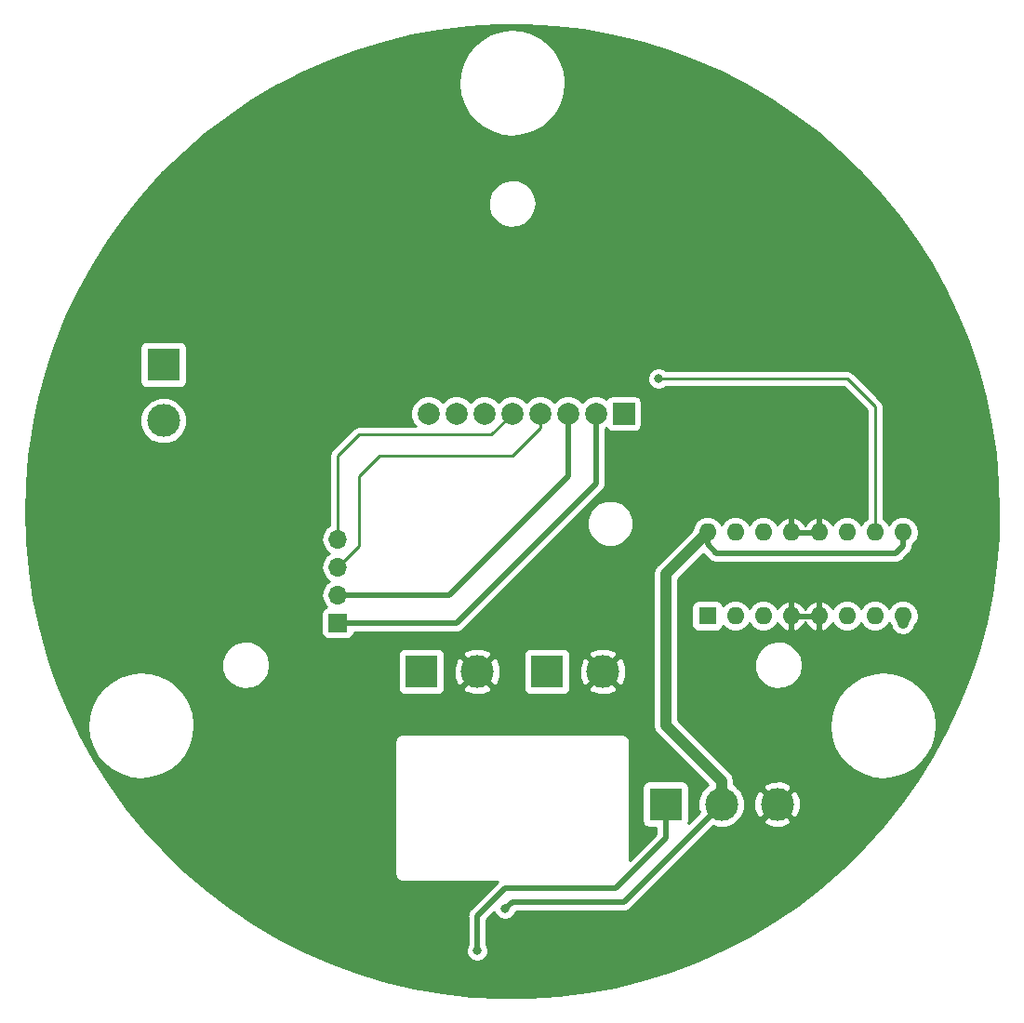
<source format=gbr>
G04 #@! TF.GenerationSoftware,KiCad,Pcbnew,(5.0.0)*
G04 #@! TF.CreationDate,2018-08-26T23:56:50+09:00*
G04 #@! TF.ProjectId,imu,696D752E6B696361645F706362000000,rev?*
G04 #@! TF.SameCoordinates,Original*
G04 #@! TF.FileFunction,Copper,L2,Bot,Signal*
G04 #@! TF.FilePolarity,Positive*
%FSLAX46Y46*%
G04 Gerber Fmt 4.6, Leading zero omitted, Abs format (unit mm)*
G04 Created by KiCad (PCBNEW (5.0.0)) date 08/26/18 23:56:50*
%MOMM*%
%LPD*%
G01*
G04 APERTURE LIST*
G04 #@! TA.AperFunction,ComponentPad*
%ADD10R,2.000000X2.000000*%
G04 #@! TD*
G04 #@! TA.AperFunction,ComponentPad*
%ADD11C,2.000000*%
G04 #@! TD*
G04 #@! TA.AperFunction,ComponentPad*
%ADD12R,1.600000X1.600000*%
G04 #@! TD*
G04 #@! TA.AperFunction,ComponentPad*
%ADD13O,1.600000X1.600000*%
G04 #@! TD*
G04 #@! TA.AperFunction,ComponentPad*
%ADD14R,3.000000X3.000000*%
G04 #@! TD*
G04 #@! TA.AperFunction,ComponentPad*
%ADD15C,3.000000*%
G04 #@! TD*
G04 #@! TA.AperFunction,ComponentPad*
%ADD16R,1.700000X1.700000*%
G04 #@! TD*
G04 #@! TA.AperFunction,ComponentPad*
%ADD17O,1.700000X1.700000*%
G04 #@! TD*
G04 #@! TA.AperFunction,ViaPad*
%ADD18C,0.800000*%
G04 #@! TD*
G04 #@! TA.AperFunction,Conductor*
%ADD19C,0.500000*%
G04 #@! TD*
G04 #@! TA.AperFunction,Conductor*
%ADD20C,1.000000*%
G04 #@! TD*
G04 #@! TA.AperFunction,Conductor*
%ADD21C,0.250000*%
G04 #@! TD*
G04 #@! TA.AperFunction,Conductor*
%ADD22C,0.254000*%
G04 #@! TD*
G04 APERTURE END LIST*
D10*
G04 #@! TO.P,U1,1*
G04 #@! TO.N,Net-(U1-Pad1)*
X10160000Y8890000D03*
D11*
G04 #@! TO.P,U1,2*
G04 #@! TO.N,/GY91_VCC*
X7620000Y8890000D03*
G04 #@! TO.P,U1,3*
G04 #@! TO.N,/GY91_GND*
X5080000Y8890000D03*
G04 #@! TO.P,U1,4*
G04 #@! TO.N,/GY91_SCL*
X2540000Y8890000D03*
G04 #@! TO.P,U1,5*
G04 #@! TO.N,/GY91_SDA*
X0Y8890000D03*
G04 #@! TO.P,U1,6*
G04 #@! TO.N,Net-(U1-Pad6)*
X-2540000Y8890000D03*
G04 #@! TO.P,U1,7*
G04 #@! TO.N,Net-(U1-Pad7)*
X-5080000Y8890000D03*
G04 #@! TO.P,U1,8*
G04 #@! TO.N,Net-(U1-Pad8)*
X-7620000Y8890000D03*
G04 #@! TD*
D12*
G04 #@! TO.P,U2,1*
G04 #@! TO.N,Net-(U2-Pad1)*
X17780000Y-9525000D03*
D13*
G04 #@! TO.P,U2,9*
G04 #@! TO.N,/5Vin*
X35560000Y-1905000D03*
G04 #@! TO.P,U2,2*
G04 #@! TO.N,Net-(U2-Pad2)*
X20320000Y-9525000D03*
G04 #@! TO.P,U2,10*
G04 #@! TO.N,/DrogueIn*
X33020000Y-1905000D03*
G04 #@! TO.P,U2,3*
G04 #@! TO.N,Net-(U2-Pad3)*
X22860000Y-9525000D03*
G04 #@! TO.P,U2,11*
G04 #@! TO.N,/DrogueOut*
X30480000Y-1905000D03*
G04 #@! TO.P,U2,4*
G04 #@! TO.N,/GND*
X25400000Y-9525000D03*
G04 #@! TO.P,U2,12*
X27940000Y-1905000D03*
G04 #@! TO.P,U2,5*
X27940000Y-9525000D03*
G04 #@! TO.P,U2,13*
X25400000Y-1905000D03*
G04 #@! TO.P,U2,6*
G04 #@! TO.N,Net-(U2-Pad6)*
X30480000Y-9525000D03*
G04 #@! TO.P,U2,14*
G04 #@! TO.N,/MainOut*
X22860000Y-1905000D03*
G04 #@! TO.P,U2,7*
G04 #@! TO.N,Net-(U2-Pad7)*
X33020000Y-9525000D03*
G04 #@! TO.P,U2,15*
G04 #@! TO.N,/MainIn*
X20320000Y-1905000D03*
G04 #@! TO.P,U2,8*
G04 #@! TO.N,/9Vin*
X35560000Y-9525000D03*
G04 #@! TO.P,U2,16*
G04 #@! TO.N,/5Vin*
X17780000Y-1905000D03*
G04 #@! TD*
D14*
G04 #@! TO.P,J1,1*
G04 #@! TO.N,/MainIn*
X-31750000Y13335000D03*
D15*
G04 #@! TO.P,J1,2*
G04 #@! TO.N,/DrogueIn*
X-31750000Y8255000D03*
G04 #@! TD*
D14*
G04 #@! TO.P,J2,1*
G04 #@! TO.N,/9Vin*
X13970000Y-26670000D03*
D15*
G04 #@! TO.P,J2,2*
G04 #@! TO.N,/5Vin*
X19050000Y-26670000D03*
G04 #@! TO.P,J2,3*
G04 #@! TO.N,/GND*
X24130000Y-26670000D03*
G04 #@! TD*
D16*
G04 #@! TO.P,J3,1*
G04 #@! TO.N,/GY91_VCC*
X-15875000Y-10160000D03*
D17*
G04 #@! TO.P,J3,2*
G04 #@! TO.N,/GY91_GND*
X-15875000Y-7620000D03*
G04 #@! TO.P,J3,3*
G04 #@! TO.N,/GY91_SCL*
X-15875000Y-5080000D03*
G04 #@! TO.P,J3,4*
G04 #@! TO.N,/GY91_SDA*
X-15875000Y-2540000D03*
G04 #@! TD*
D15*
G04 #@! TO.P,J4,2*
G04 #@! TO.N,/GND*
X-3175000Y-14605000D03*
D14*
G04 #@! TO.P,J4,1*
G04 #@! TO.N,/MainOut*
X-8255000Y-14605000D03*
G04 #@! TD*
G04 #@! TO.P,J5,1*
G04 #@! TO.N,/DrogueOut*
X3175000Y-14605000D03*
D15*
G04 #@! TO.P,J5,2*
G04 #@! TO.N,/GND*
X8255000Y-14605000D03*
G04 #@! TD*
D18*
G04 #@! TO.N,/5Vin*
X-635000Y-36195000D03*
G04 #@! TO.N,/DrogueIn*
X13335000Y12065000D03*
G04 #@! TO.N,/GND*
X10160000Y-41275000D03*
X10160000Y-38735000D03*
G04 #@! TO.N,/9Vin*
X-3175000Y-40005000D03*
G04 #@! TD*
D19*
G04 #@! TO.N,/5Vin*
X19050000Y-26670000D02*
X10160000Y-35560000D01*
X10160000Y-35560000D02*
X0Y-35560000D01*
X0Y-35560000D02*
X-635000Y-36195000D01*
D20*
G04 #@! TO.N,/9Vin*
X35560000Y-10160000D02*
X35560000Y-9525000D01*
D21*
G04 #@! TO.N,/DrogueIn*
X13335000Y12065000D02*
X27940000Y12065000D01*
X27940000Y12065000D02*
X30480000Y12065000D01*
X33020000Y9525000D02*
X33020000Y-1905000D01*
X30480000Y12065000D02*
X33020000Y9525000D01*
D19*
G04 #@! TO.N,/9Vin*
X13970000Y-29772476D02*
X9452476Y-34290000D01*
X13970000Y-26670000D02*
X13970000Y-29772476D01*
X9452476Y-34290000D02*
X-635000Y-34290000D01*
X-635000Y-34290000D02*
X-3175000Y-36830000D01*
X-3175000Y-36830000D02*
X-3175000Y-40005000D01*
D20*
G04 #@! TO.N,/5Vin*
X13970000Y-5715000D02*
X17780000Y-1905000D01*
X13970000Y-19468680D02*
X13970000Y-5715000D01*
X19050000Y-24548680D02*
X13970000Y-19468680D01*
X19050000Y-26670000D02*
X19050000Y-24548680D01*
D19*
X35560000Y-3175000D02*
X35560000Y-1905000D01*
X34925000Y-3810000D02*
X35560000Y-3175000D01*
X18553630Y-3810000D02*
X34925000Y-3810000D01*
X17780000Y-1905000D02*
X17780000Y-3036370D01*
X17780000Y-3036370D02*
X18553630Y-3810000D01*
G04 #@! TO.N,/GY91_VCC*
X-14525000Y-10160000D02*
X-15875000Y-10160000D01*
X-5080000Y-10160000D02*
X-15875000Y-10160000D01*
X0Y-5080000D02*
X-5080000Y-10160000D01*
X0Y-5080000D02*
X7620000Y2540000D01*
X7620000Y2540000D02*
X7620000Y8890000D01*
G04 #@! TO.N,/GY91_GND*
X-15875000Y-7620000D02*
X-5715000Y-7620000D01*
X5080000Y3175000D02*
X5080000Y8890000D01*
X-5715000Y-7620000D02*
X5080000Y3175000D01*
D21*
G04 #@! TO.N,/GY91_SCL*
X-15025001Y-4230001D02*
X-13970000Y-3175000D01*
X-15875000Y-5080000D02*
X-15025001Y-4230001D01*
X-13970000Y-3175000D02*
X-13970000Y3175000D01*
X-13970000Y3175000D02*
X-12065000Y5080000D01*
X-12065000Y5080000D02*
X0Y5080000D01*
X2540000Y7620000D02*
X2540000Y8890000D01*
X0Y5080000D02*
X2540000Y7620000D01*
G04 #@! TO.N,/GY91_SDA*
X-15875000Y-2540000D02*
X-15875000Y5080000D01*
X-15875000Y5080000D02*
X-13970000Y6985000D01*
X-1905000Y6985000D02*
X0Y8890000D01*
X-13970000Y6985000D02*
X-1905000Y6985000D01*
G04 #@! TD*
D22*
G04 #@! TO.N,/GND*
G36*
X3857949Y44096558D02*
X6466365Y43790140D01*
X9052018Y43329565D01*
X11605804Y42716455D01*
X14118734Y41952969D01*
X16581961Y41041793D01*
X18986814Y39986137D01*
X21324826Y38789715D01*
X23587768Y37456740D01*
X25767673Y35991905D01*
X27856867Y34400366D01*
X29847995Y32687726D01*
X31734048Y30860013D01*
X33508386Y28923663D01*
X35164763Y26885492D01*
X36697348Y24752674D01*
X38100746Y22532718D01*
X39370016Y20233440D01*
X40500690Y17862933D01*
X41488787Y15429542D01*
X42330830Y12941834D01*
X43023854Y10408566D01*
X43565419Y7838656D01*
X43953618Y5241152D01*
X44187086Y2625197D01*
X44265000Y0D01*
X44204336Y-2316651D01*
X43989137Y-4934172D01*
X43619081Y-7534323D01*
X43095470Y-10107951D01*
X42420149Y-12645996D01*
X41595494Y-15139522D01*
X40624409Y-17579751D01*
X39510311Y-19958094D01*
X38257124Y-22266178D01*
X36869259Y-24495877D01*
X35351601Y-26639342D01*
X33709493Y-28689027D01*
X31948716Y-30637718D01*
X30075469Y-32478552D01*
X28096346Y-34205052D01*
X26018314Y-35811137D01*
X23848689Y-37291155D01*
X21595108Y-38639896D01*
X19265505Y-39852610D01*
X16868080Y-40925030D01*
X14411274Y-41853380D01*
X11903736Y-42634391D01*
X9354292Y-43265315D01*
X6771918Y-43743929D01*
X4165704Y-44068550D01*
X1544826Y-44238035D01*
X-1081490Y-44251786D01*
X-3704000Y-44109756D01*
X-6313470Y-43812445D01*
X-8900714Y-43360898D01*
X-11456625Y-42756707D01*
X-13972205Y-42001997D01*
X-16438597Y-41099425D01*
X-18847120Y-40052169D01*
X-21189295Y-38863916D01*
X-23456876Y-37538849D01*
X-25641881Y-36081632D01*
X-27736618Y-34497395D01*
X-29733712Y-32791715D01*
X-31626133Y-30970598D01*
X-33407220Y-29040453D01*
X-35070701Y-27008076D01*
X-36610722Y-24880621D01*
X-38021860Y-22665577D01*
X-39299148Y-20370743D01*
X-39685417Y-19568134D01*
X-38654514Y-19568134D01*
X-38548350Y-20514608D01*
X-38260370Y-21422436D01*
X-37801544Y-22257038D01*
X-37189347Y-22986626D01*
X-36447099Y-23583409D01*
X-35603070Y-24024656D01*
X-34689411Y-24293561D01*
X-33740921Y-24379880D01*
X-32793730Y-24280326D01*
X-31883914Y-23998691D01*
X-31046129Y-23545702D01*
X-30312285Y-22938614D01*
X-29710334Y-22200550D01*
X-29263205Y-21359622D01*
X-29154629Y-21000000D01*
X-10723909Y-21000000D01*
X-10710000Y-21069926D01*
X-10709999Y-32930069D01*
X-10723909Y-33000000D01*
X-10668805Y-33277028D01*
X-10511881Y-33511881D01*
X-10277028Y-33668805D01*
X-10069926Y-33710000D01*
X-10069925Y-33710000D01*
X-10000000Y-33723909D01*
X-9930074Y-33710000D01*
X-1311836Y-33710000D01*
X-1322423Y-33725844D01*
X-3739153Y-36142575D01*
X-3813049Y-36191951D01*
X-4008652Y-36484691D01*
X-4060000Y-36742836D01*
X-4060000Y-36742839D01*
X-4077337Y-36830000D01*
X-4060000Y-36917161D01*
X-4059999Y-39436991D01*
X-4210000Y-39799126D01*
X-4210000Y-40210874D01*
X-4052431Y-40591280D01*
X-3761280Y-40882431D01*
X-3380874Y-41040000D01*
X-2969126Y-41040000D01*
X-2588720Y-40882431D01*
X-2297569Y-40591280D01*
X-2140000Y-40210874D01*
X-2140000Y-39799126D01*
X-2290000Y-39436993D01*
X-2290000Y-37196578D01*
X-1618537Y-36525116D01*
X-1512431Y-36781280D01*
X-1221280Y-37072431D01*
X-840874Y-37230000D01*
X-429126Y-37230000D01*
X-48720Y-37072431D01*
X242431Y-36781280D01*
X381722Y-36445000D01*
X10072839Y-36445000D01*
X10160000Y-36462337D01*
X10247161Y-36445000D01*
X10247165Y-36445000D01*
X10505310Y-36393652D01*
X10798049Y-36198049D01*
X10847425Y-36124153D01*
X18300942Y-28670637D01*
X18625322Y-28805000D01*
X19474678Y-28805000D01*
X20259380Y-28479966D01*
X20555376Y-28183970D01*
X22795635Y-28183970D01*
X22955418Y-28502739D01*
X23746187Y-28812723D01*
X24595387Y-28796497D01*
X25304582Y-28502739D01*
X25464365Y-28183970D01*
X24130000Y-26849605D01*
X22795635Y-28183970D01*
X20555376Y-28183970D01*
X20859966Y-27879380D01*
X21185000Y-27094678D01*
X21185000Y-26286187D01*
X21987277Y-26286187D01*
X22003503Y-27135387D01*
X22297261Y-27844582D01*
X22616030Y-28004365D01*
X23950395Y-26670000D01*
X24309605Y-26670000D01*
X25643970Y-28004365D01*
X25962739Y-27844582D01*
X26272723Y-27053813D01*
X26256497Y-26204613D01*
X25962739Y-25495418D01*
X25643970Y-25335635D01*
X24309605Y-26670000D01*
X23950395Y-26670000D01*
X22616030Y-25335635D01*
X22297261Y-25495418D01*
X21987277Y-26286187D01*
X21185000Y-26286187D01*
X21185000Y-26245322D01*
X20859966Y-25460620D01*
X20555376Y-25156030D01*
X22795635Y-25156030D01*
X24130000Y-26490395D01*
X25464365Y-25156030D01*
X25304582Y-24837261D01*
X24513813Y-24527277D01*
X23664613Y-24543503D01*
X22955418Y-24837261D01*
X22795635Y-25156030D01*
X20555376Y-25156030D01*
X20259380Y-24860034D01*
X20185000Y-24829225D01*
X20185000Y-24660463D01*
X20207235Y-24548680D01*
X20119146Y-24105825D01*
X19868289Y-23730391D01*
X19773521Y-23667069D01*
X15674586Y-19568134D01*
X28895466Y-19568134D01*
X29001630Y-20514608D01*
X29289610Y-21422436D01*
X29748436Y-22257038D01*
X30360633Y-22986626D01*
X31102881Y-23583409D01*
X31946910Y-24024656D01*
X32860569Y-24293561D01*
X33809059Y-24379880D01*
X34756250Y-24280326D01*
X35666066Y-23998691D01*
X36503851Y-23545702D01*
X37237695Y-22938614D01*
X37839646Y-22200550D01*
X38286775Y-21359622D01*
X38562051Y-20447863D01*
X38654990Y-19499999D01*
X38653087Y-19363741D01*
X38533719Y-18418842D01*
X38233092Y-17515124D01*
X37762657Y-16687009D01*
X37140333Y-15966040D01*
X36389825Y-15379679D01*
X35539718Y-14950259D01*
X34622393Y-14694137D01*
X33672791Y-14621069D01*
X32727082Y-14733838D01*
X31821287Y-15028149D01*
X30989908Y-15492791D01*
X30264612Y-16110066D01*
X29673025Y-16856463D01*
X29237681Y-17703551D01*
X28975161Y-18619066D01*
X28895466Y-19568134D01*
X15674586Y-19568134D01*
X15105000Y-18998549D01*
X15105000Y-13651150D01*
X22046166Y-13651150D01*
X22051917Y-14383401D01*
X22294547Y-15074310D01*
X22747893Y-15649376D01*
X23363071Y-16046592D01*
X24073747Y-16223125D01*
X24803289Y-16159939D01*
X25473032Y-15863849D01*
X26010757Y-15366782D01*
X26358481Y-14722335D01*
X26478711Y-13999999D01*
X26478436Y-13964972D01*
X26346875Y-13244613D01*
X25989071Y-12605708D01*
X25443605Y-12117148D01*
X24769294Y-11831614D01*
X24038849Y-11779896D01*
X23331034Y-11967570D01*
X22722171Y-12374399D01*
X22277914Y-12956516D01*
X22046166Y-13651150D01*
X15105000Y-13651150D01*
X15105000Y-8725000D01*
X16332560Y-8725000D01*
X16332560Y-10325000D01*
X16381843Y-10572765D01*
X16522191Y-10782809D01*
X16732235Y-10923157D01*
X16980000Y-10972440D01*
X18580000Y-10972440D01*
X18827765Y-10923157D01*
X19037809Y-10782809D01*
X19178157Y-10572765D01*
X19204785Y-10438894D01*
X19285423Y-10559577D01*
X19760091Y-10876740D01*
X20178667Y-10960000D01*
X20461333Y-10960000D01*
X20879909Y-10876740D01*
X21354577Y-10559577D01*
X21590000Y-10207242D01*
X21825423Y-10559577D01*
X22300091Y-10876740D01*
X22718667Y-10960000D01*
X23001333Y-10960000D01*
X23419909Y-10876740D01*
X23894577Y-10559577D01*
X24150947Y-10175892D01*
X24247611Y-10380134D01*
X24662577Y-10756041D01*
X25050961Y-10916904D01*
X25273000Y-10794915D01*
X25273000Y-9652000D01*
X25527000Y-9652000D01*
X25527000Y-10794915D01*
X25749039Y-10916904D01*
X26137423Y-10756041D01*
X26552389Y-10380134D01*
X26670000Y-10131633D01*
X26787611Y-10380134D01*
X27202577Y-10756041D01*
X27590961Y-10916904D01*
X27813000Y-10794915D01*
X27813000Y-9652000D01*
X25527000Y-9652000D01*
X25273000Y-9652000D01*
X25253000Y-9652000D01*
X25253000Y-9398000D01*
X25273000Y-9398000D01*
X25273000Y-8255085D01*
X25527000Y-8255085D01*
X25527000Y-9398000D01*
X27813000Y-9398000D01*
X27813000Y-8255085D01*
X28067000Y-8255085D01*
X28067000Y-9398000D01*
X28087000Y-9398000D01*
X28087000Y-9652000D01*
X28067000Y-9652000D01*
X28067000Y-10794915D01*
X28289039Y-10916904D01*
X28677423Y-10756041D01*
X29092389Y-10380134D01*
X29189053Y-10175892D01*
X29445423Y-10559577D01*
X29920091Y-10876740D01*
X30338667Y-10960000D01*
X30621333Y-10960000D01*
X31039909Y-10876740D01*
X31514577Y-10559577D01*
X31750000Y-10207242D01*
X31985423Y-10559577D01*
X32460091Y-10876740D01*
X32878667Y-10960000D01*
X33161333Y-10960000D01*
X33579909Y-10876740D01*
X34054577Y-10559577D01*
X34290000Y-10207242D01*
X34463944Y-10467567D01*
X34490854Y-10602854D01*
X34741711Y-10978289D01*
X35117145Y-11229146D01*
X35560000Y-11317235D01*
X36002854Y-11229146D01*
X36378289Y-10978289D01*
X36629146Y-10602855D01*
X36656056Y-10467567D01*
X36911740Y-10084909D01*
X37023113Y-9525000D01*
X36911740Y-8965091D01*
X36594577Y-8490423D01*
X36119909Y-8173260D01*
X35701333Y-8090000D01*
X35418667Y-8090000D01*
X35000091Y-8173260D01*
X34525423Y-8490423D01*
X34290000Y-8842758D01*
X34054577Y-8490423D01*
X33579909Y-8173260D01*
X33161333Y-8090000D01*
X32878667Y-8090000D01*
X32460091Y-8173260D01*
X31985423Y-8490423D01*
X31750000Y-8842758D01*
X31514577Y-8490423D01*
X31039909Y-8173260D01*
X30621333Y-8090000D01*
X30338667Y-8090000D01*
X29920091Y-8173260D01*
X29445423Y-8490423D01*
X29189053Y-8874108D01*
X29092389Y-8669866D01*
X28677423Y-8293959D01*
X28289039Y-8133096D01*
X28067000Y-8255085D01*
X27813000Y-8255085D01*
X27590961Y-8133096D01*
X27202577Y-8293959D01*
X26787611Y-8669866D01*
X26670000Y-8918367D01*
X26552389Y-8669866D01*
X26137423Y-8293959D01*
X25749039Y-8133096D01*
X25527000Y-8255085D01*
X25273000Y-8255085D01*
X25050961Y-8133096D01*
X24662577Y-8293959D01*
X24247611Y-8669866D01*
X24150947Y-8874108D01*
X23894577Y-8490423D01*
X23419909Y-8173260D01*
X23001333Y-8090000D01*
X22718667Y-8090000D01*
X22300091Y-8173260D01*
X21825423Y-8490423D01*
X21590000Y-8842758D01*
X21354577Y-8490423D01*
X20879909Y-8173260D01*
X20461333Y-8090000D01*
X20178667Y-8090000D01*
X19760091Y-8173260D01*
X19285423Y-8490423D01*
X19204785Y-8611106D01*
X19178157Y-8477235D01*
X19037809Y-8267191D01*
X18827765Y-8126843D01*
X18580000Y-8077560D01*
X16980000Y-8077560D01*
X16732235Y-8126843D01*
X16522191Y-8267191D01*
X16381843Y-8477235D01*
X16332560Y-8725000D01*
X15105000Y-8725000D01*
X15105000Y-6185131D01*
X17391092Y-3899040D01*
X17866207Y-4374156D01*
X17915581Y-4448049D01*
X17989474Y-4497423D01*
X17989475Y-4497424D01*
X18017046Y-4515846D01*
X18208320Y-4643652D01*
X18466465Y-4695000D01*
X18466470Y-4695000D01*
X18553629Y-4712337D01*
X18640789Y-4695000D01*
X34837839Y-4695000D01*
X34925000Y-4712337D01*
X35012161Y-4695000D01*
X35012165Y-4695000D01*
X35270310Y-4643652D01*
X35563049Y-4448049D01*
X35612425Y-4374154D01*
X36124156Y-3862423D01*
X36198049Y-3813049D01*
X36313897Y-3639672D01*
X36393652Y-3520310D01*
X36403353Y-3471538D01*
X36445000Y-3262165D01*
X36445000Y-3262161D01*
X36462337Y-3175000D01*
X36445000Y-3087839D01*
X36445000Y-3039521D01*
X36594577Y-2939577D01*
X36911740Y-2464909D01*
X37023113Y-1905000D01*
X36911740Y-1345091D01*
X36594577Y-870423D01*
X36119909Y-553260D01*
X35701333Y-470000D01*
X35418667Y-470000D01*
X35000091Y-553260D01*
X34525423Y-870423D01*
X34290000Y-1222758D01*
X34054577Y-870423D01*
X33780000Y-686957D01*
X33780000Y9450154D01*
X33794888Y9525001D01*
X33780000Y9599848D01*
X33780000Y9599852D01*
X33735904Y9821537D01*
X33690158Y9890000D01*
X33610329Y10009474D01*
X33610327Y10009476D01*
X33567929Y10072929D01*
X33504476Y10115327D01*
X31070331Y12549470D01*
X31027929Y12612929D01*
X30776537Y12780904D01*
X30554852Y12825000D01*
X30554847Y12825000D01*
X30480000Y12839888D01*
X30405153Y12825000D01*
X14038711Y12825000D01*
X13921280Y12942431D01*
X13540874Y13100000D01*
X13129126Y13100000D01*
X12748720Y12942431D01*
X12457569Y12651280D01*
X12300000Y12270874D01*
X12300000Y11859126D01*
X12457569Y11478720D01*
X12748720Y11187569D01*
X13129126Y11030000D01*
X13540874Y11030000D01*
X13921280Y11187569D01*
X14038711Y11305000D01*
X30165199Y11305000D01*
X32260000Y9210197D01*
X32260001Y-686956D01*
X31985423Y-870423D01*
X31750000Y-1222758D01*
X31514577Y-870423D01*
X31039909Y-553260D01*
X30621333Y-470000D01*
X30338667Y-470000D01*
X29920091Y-553260D01*
X29445423Y-870423D01*
X29189053Y-1254108D01*
X29092389Y-1049866D01*
X28677423Y-673959D01*
X28289039Y-513096D01*
X28067000Y-635085D01*
X28067000Y-1778000D01*
X28087000Y-1778000D01*
X28087000Y-2032000D01*
X28067000Y-2032000D01*
X28067000Y-2052000D01*
X27813000Y-2052000D01*
X27813000Y-2032000D01*
X25527000Y-2032000D01*
X25527000Y-2052000D01*
X25273000Y-2052000D01*
X25273000Y-2032000D01*
X25253000Y-2032000D01*
X25253000Y-1778000D01*
X25273000Y-1778000D01*
X25273000Y-635085D01*
X25527000Y-635085D01*
X25527000Y-1778000D01*
X27813000Y-1778000D01*
X27813000Y-635085D01*
X27590961Y-513096D01*
X27202577Y-673959D01*
X26787611Y-1049866D01*
X26670000Y-1298367D01*
X26552389Y-1049866D01*
X26137423Y-673959D01*
X25749039Y-513096D01*
X25527000Y-635085D01*
X25273000Y-635085D01*
X25050961Y-513096D01*
X24662577Y-673959D01*
X24247611Y-1049866D01*
X24150947Y-1254108D01*
X23894577Y-870423D01*
X23419909Y-553260D01*
X23001333Y-470000D01*
X22718667Y-470000D01*
X22300091Y-553260D01*
X21825423Y-870423D01*
X21590000Y-1222758D01*
X21354577Y-870423D01*
X20879909Y-553260D01*
X20461333Y-470000D01*
X20178667Y-470000D01*
X19760091Y-553260D01*
X19285423Y-870423D01*
X19050000Y-1222758D01*
X18814577Y-870423D01*
X18339909Y-553260D01*
X17921333Y-470000D01*
X17638667Y-470000D01*
X17220091Y-553260D01*
X16745423Y-870423D01*
X16428260Y-1345091D01*
X16352151Y-1727717D01*
X13246480Y-4833389D01*
X13151712Y-4896711D01*
X12966085Y-5174522D01*
X12900854Y-5272146D01*
X12812765Y-5715000D01*
X12835001Y-5826788D01*
X12835000Y-19356897D01*
X12812765Y-19468680D01*
X12835000Y-19580462D01*
X12900854Y-19911534D01*
X13151711Y-20286969D01*
X13246482Y-20350293D01*
X17798421Y-24902233D01*
X17240034Y-25460620D01*
X16915000Y-26245322D01*
X16915000Y-27094678D01*
X17049363Y-27419058D01*
X16072502Y-28395919D01*
X16117440Y-28170000D01*
X16117440Y-25170000D01*
X16068157Y-24922235D01*
X15927809Y-24712191D01*
X15717765Y-24571843D01*
X15470000Y-24522560D01*
X12470000Y-24522560D01*
X12222235Y-24571843D01*
X12012191Y-24712191D01*
X11871843Y-24922235D01*
X11822560Y-25170000D01*
X11822560Y-28170000D01*
X11871843Y-28417765D01*
X12012191Y-28627809D01*
X12222235Y-28768157D01*
X12470000Y-28817440D01*
X13085001Y-28817440D01*
X13085001Y-29405896D01*
X10710000Y-31780898D01*
X10710000Y-21069926D01*
X10723909Y-21000000D01*
X10668805Y-20722972D01*
X10511881Y-20488119D01*
X10277028Y-20331195D01*
X10069926Y-20290000D01*
X10000000Y-20276091D01*
X9930075Y-20290000D01*
X-9930075Y-20290000D01*
X-10000000Y-20276091D01*
X-10069926Y-20290000D01*
X-10277028Y-20331195D01*
X-10511881Y-20488119D01*
X-10668805Y-20722972D01*
X-10723909Y-21000000D01*
X-29154629Y-21000000D01*
X-28987929Y-20447863D01*
X-28894990Y-19499999D01*
X-28896893Y-19363741D01*
X-29016261Y-18418842D01*
X-29316888Y-17515124D01*
X-29787323Y-16687009D01*
X-30409647Y-15966040D01*
X-31160155Y-15379679D01*
X-32010262Y-14950259D01*
X-32927587Y-14694137D01*
X-33877189Y-14621069D01*
X-34822898Y-14733838D01*
X-35728693Y-15028149D01*
X-36560072Y-15492791D01*
X-37285368Y-16110066D01*
X-37876955Y-16856463D01*
X-38312299Y-17703551D01*
X-38574819Y-18619066D01*
X-38654514Y-19568134D01*
X-39685417Y-19568134D01*
X-40438090Y-18004198D01*
X-41434675Y-15574271D01*
X-42093106Y-13651150D01*
X-26451256Y-13651150D01*
X-26445505Y-14383401D01*
X-26202875Y-15074310D01*
X-25749529Y-15649376D01*
X-25134351Y-16046592D01*
X-24423675Y-16223125D01*
X-23694133Y-16159939D01*
X-23024390Y-15863849D01*
X-22486665Y-15366782D01*
X-22138941Y-14722335D01*
X-22018711Y-13999999D01*
X-22018986Y-13964972D01*
X-22150547Y-13244613D01*
X-22228734Y-13105000D01*
X-10402440Y-13105000D01*
X-10402440Y-16105000D01*
X-10353157Y-16352765D01*
X-10212809Y-16562809D01*
X-10002765Y-16703157D01*
X-9755000Y-16752440D01*
X-6755000Y-16752440D01*
X-6507235Y-16703157D01*
X-6297191Y-16562809D01*
X-6156843Y-16352765D01*
X-6110339Y-16118970D01*
X-4509365Y-16118970D01*
X-4349582Y-16437739D01*
X-3558813Y-16747723D01*
X-2709613Y-16731497D01*
X-2000418Y-16437739D01*
X-1840635Y-16118970D01*
X-3175000Y-14784605D01*
X-4509365Y-16118970D01*
X-6110339Y-16118970D01*
X-6107560Y-16105000D01*
X-6107560Y-14221187D01*
X-5317723Y-14221187D01*
X-5301497Y-15070387D01*
X-5007739Y-15779582D01*
X-4688970Y-15939365D01*
X-3354605Y-14605000D01*
X-2995395Y-14605000D01*
X-1661030Y-15939365D01*
X-1342261Y-15779582D01*
X-1032277Y-14988813D01*
X-1048503Y-14139613D01*
X-1342261Y-13430418D01*
X-1661030Y-13270635D01*
X-2995395Y-14605000D01*
X-3354605Y-14605000D01*
X-4688970Y-13270635D01*
X-5007739Y-13430418D01*
X-5317723Y-14221187D01*
X-6107560Y-14221187D01*
X-6107560Y-13105000D01*
X-6110338Y-13091030D01*
X-4509365Y-13091030D01*
X-3175000Y-14425395D01*
X-1854605Y-13105000D01*
X1027560Y-13105000D01*
X1027560Y-16105000D01*
X1076843Y-16352765D01*
X1217191Y-16562809D01*
X1427235Y-16703157D01*
X1675000Y-16752440D01*
X4675000Y-16752440D01*
X4922765Y-16703157D01*
X5132809Y-16562809D01*
X5273157Y-16352765D01*
X5319661Y-16118970D01*
X6920635Y-16118970D01*
X7080418Y-16437739D01*
X7871187Y-16747723D01*
X8720387Y-16731497D01*
X9429582Y-16437739D01*
X9589365Y-16118970D01*
X8255000Y-14784605D01*
X6920635Y-16118970D01*
X5319661Y-16118970D01*
X5322440Y-16105000D01*
X5322440Y-14221187D01*
X6112277Y-14221187D01*
X6128503Y-15070387D01*
X6422261Y-15779582D01*
X6741030Y-15939365D01*
X8075395Y-14605000D01*
X8434605Y-14605000D01*
X9768970Y-15939365D01*
X10087739Y-15779582D01*
X10397723Y-14988813D01*
X10381497Y-14139613D01*
X10087739Y-13430418D01*
X9768970Y-13270635D01*
X8434605Y-14605000D01*
X8075395Y-14605000D01*
X6741030Y-13270635D01*
X6422261Y-13430418D01*
X6112277Y-14221187D01*
X5322440Y-14221187D01*
X5322440Y-13105000D01*
X5319662Y-13091030D01*
X6920635Y-13091030D01*
X8255000Y-14425395D01*
X9589365Y-13091030D01*
X9429582Y-12772261D01*
X8638813Y-12462277D01*
X7789613Y-12478503D01*
X7080418Y-12772261D01*
X6920635Y-13091030D01*
X5319662Y-13091030D01*
X5273157Y-12857235D01*
X5132809Y-12647191D01*
X4922765Y-12506843D01*
X4675000Y-12457560D01*
X1675000Y-12457560D01*
X1427235Y-12506843D01*
X1217191Y-12647191D01*
X1076843Y-12857235D01*
X1027560Y-13105000D01*
X-1854605Y-13105000D01*
X-1840635Y-13091030D01*
X-2000418Y-12772261D01*
X-2791187Y-12462277D01*
X-3640387Y-12478503D01*
X-4349582Y-12772261D01*
X-4509365Y-13091030D01*
X-6110338Y-13091030D01*
X-6156843Y-12857235D01*
X-6297191Y-12647191D01*
X-6507235Y-12506843D01*
X-6755000Y-12457560D01*
X-9755000Y-12457560D01*
X-10002765Y-12506843D01*
X-10212809Y-12647191D01*
X-10353157Y-12857235D01*
X-10402440Y-13105000D01*
X-22228734Y-13105000D01*
X-22508351Y-12605708D01*
X-23053817Y-12117148D01*
X-23728128Y-11831614D01*
X-24458573Y-11779896D01*
X-25166388Y-11967570D01*
X-25775251Y-12374399D01*
X-26219508Y-12956516D01*
X-26451256Y-13651150D01*
X-42093106Y-13651150D01*
X-42285397Y-13089517D01*
X-42987259Y-10558683D01*
X-43537791Y-7990680D01*
X-43935055Y-5394546D01*
X-44177653Y-2779422D01*
X-44185595Y-2540000D01*
X-17389092Y-2540000D01*
X-17273839Y-3119418D01*
X-16945625Y-3610625D01*
X-16647239Y-3810000D01*
X-16945625Y-4009375D01*
X-17273839Y-4500582D01*
X-17389092Y-5080000D01*
X-17273839Y-5659418D01*
X-16945625Y-6150625D01*
X-16647239Y-6350000D01*
X-16945625Y-6549375D01*
X-17273839Y-7040582D01*
X-17389092Y-7620000D01*
X-17273839Y-8199418D01*
X-16945625Y-8690625D01*
X-16927381Y-8702816D01*
X-16972765Y-8711843D01*
X-17182809Y-8852191D01*
X-17323157Y-9062235D01*
X-17372440Y-9310000D01*
X-17372440Y-11010000D01*
X-17323157Y-11257765D01*
X-17182809Y-11467809D01*
X-16972765Y-11608157D01*
X-16725000Y-11657440D01*
X-15025000Y-11657440D01*
X-14777235Y-11608157D01*
X-14567191Y-11467809D01*
X-14426843Y-11257765D01*
X-14384522Y-11045000D01*
X-5167161Y-11045000D01*
X-5080000Y-11062337D01*
X-4992839Y-11045000D01*
X-4992835Y-11045000D01*
X-4734690Y-10993652D01*
X-4441951Y-10798049D01*
X-4392575Y-10724153D01*
X687424Y-5644155D01*
X687426Y-5644152D01*
X5646256Y-685322D01*
X6795000Y-685322D01*
X6795000Y-1534678D01*
X7120034Y-2319380D01*
X7720620Y-2919966D01*
X8505322Y-3245000D01*
X9354678Y-3245000D01*
X10139380Y-2919966D01*
X10739966Y-2319380D01*
X11065000Y-1534678D01*
X11065000Y-685322D01*
X10739966Y99380D01*
X10139380Y699966D01*
X9354678Y1025000D01*
X8505322Y1025000D01*
X7720620Y699966D01*
X7120034Y99380D01*
X6795000Y-685322D01*
X5646256Y-685322D01*
X8184156Y1852578D01*
X8258049Y1901951D01*
X8453652Y2194690D01*
X8505000Y2452835D01*
X8505000Y2452839D01*
X8522337Y2539999D01*
X8505000Y2627159D01*
X8505000Y7486868D01*
X8546153Y7503914D01*
X8610962Y7568723D01*
X8702191Y7432191D01*
X8912235Y7291843D01*
X9160000Y7242560D01*
X11160000Y7242560D01*
X11407765Y7291843D01*
X11617809Y7432191D01*
X11758157Y7642235D01*
X11807440Y7890000D01*
X11807440Y9890000D01*
X11758157Y10137765D01*
X11617809Y10347809D01*
X11407765Y10488157D01*
X11160000Y10537440D01*
X9160000Y10537440D01*
X8912235Y10488157D01*
X8702191Y10347809D01*
X8610962Y10211277D01*
X8546153Y10276086D01*
X7945222Y10525000D01*
X7294778Y10525000D01*
X6693847Y10276086D01*
X6350000Y9932239D01*
X6006153Y10276086D01*
X5405222Y10525000D01*
X4754778Y10525000D01*
X4153847Y10276086D01*
X3810000Y9932239D01*
X3466153Y10276086D01*
X2865222Y10525000D01*
X2214778Y10525000D01*
X1613847Y10276086D01*
X1270000Y9932239D01*
X926153Y10276086D01*
X325222Y10525000D01*
X-325222Y10525000D01*
X-926153Y10276086D01*
X-1270000Y9932239D01*
X-1613847Y10276086D01*
X-2214778Y10525000D01*
X-2865222Y10525000D01*
X-3466153Y10276086D01*
X-3810000Y9932239D01*
X-4153847Y10276086D01*
X-4754778Y10525000D01*
X-5405222Y10525000D01*
X-6006153Y10276086D01*
X-6350000Y9932239D01*
X-6693847Y10276086D01*
X-7294778Y10525000D01*
X-7945222Y10525000D01*
X-8546153Y10276086D01*
X-9006086Y9816153D01*
X-9255000Y9215222D01*
X-9255000Y8564778D01*
X-9006086Y7963847D01*
X-8787239Y7745000D01*
X-13895152Y7745000D01*
X-13970000Y7759888D01*
X-14044848Y7745000D01*
X-14044852Y7745000D01*
X-14218395Y7710480D01*
X-14266538Y7700904D01*
X-14387620Y7619999D01*
X-14517929Y7532929D01*
X-14560329Y7469473D01*
X-16359472Y5670329D01*
X-16422928Y5627929D01*
X-16465328Y5564473D01*
X-16465329Y5564472D01*
X-16590903Y5376537D01*
X-16649888Y5080000D01*
X-16634999Y5005148D01*
X-16635000Y-1261822D01*
X-16945625Y-1469375D01*
X-17273839Y-1960582D01*
X-17389092Y-2540000D01*
X-44185595Y-2540000D01*
X-44264730Y-154514D01*
X-44195980Y2470939D01*
X-43971645Y5087693D01*
X-43592515Y7686537D01*
X-43386846Y8679678D01*
X-33885000Y8679678D01*
X-33885000Y7830322D01*
X-33559966Y7045620D01*
X-32959380Y6445034D01*
X-32174678Y6120000D01*
X-31325322Y6120000D01*
X-30540620Y6445034D01*
X-29940034Y7045620D01*
X-29615000Y7830322D01*
X-29615000Y8679678D01*
X-29940034Y9464380D01*
X-30540620Y10064966D01*
X-31325322Y10390000D01*
X-32174678Y10390000D01*
X-32959380Y10064966D01*
X-33559966Y9464380D01*
X-33885000Y8679678D01*
X-43386846Y8679678D01*
X-43059924Y10258321D01*
X-42375748Y12793992D01*
X-41692837Y14835000D01*
X-33897440Y14835000D01*
X-33897440Y11835000D01*
X-33848157Y11587235D01*
X-33707809Y11377191D01*
X-33497765Y11236843D01*
X-33250000Y11187560D01*
X-30250000Y11187560D01*
X-30002235Y11236843D01*
X-29792191Y11377191D01*
X-29651843Y11587235D01*
X-29602560Y11835000D01*
X-29602560Y14835000D01*
X-29651843Y15082765D01*
X-29792191Y15292809D01*
X-30002235Y15433157D01*
X-30250000Y15482440D01*
X-33250000Y15482440D01*
X-33497765Y15433157D01*
X-33707809Y15292809D01*
X-33848157Y15082765D01*
X-33897440Y14835000D01*
X-41692837Y14835000D01*
X-41542394Y15284625D01*
X-40562796Y17721450D01*
X-39440404Y20095889D01*
X-38179168Y22399585D01*
X-36783528Y24624425D01*
X-35258397Y26762580D01*
X-33978439Y28348849D01*
X-2202545Y28348849D01*
X-2196794Y27616598D01*
X-1954164Y26925689D01*
X-1500818Y26350623D01*
X-885640Y25953407D01*
X-174964Y25776874D01*
X554578Y25840060D01*
X1224321Y26136150D01*
X1762046Y26633217D01*
X2109770Y27277664D01*
X2230000Y28000000D01*
X2229725Y28035027D01*
X2098164Y28755386D01*
X1740360Y29394291D01*
X1194894Y29882851D01*
X520583Y30168385D01*
X-209862Y30220103D01*
X-917677Y30032429D01*
X-1526540Y29625600D01*
X-1970797Y29043483D01*
X-2202545Y28348849D01*
X-33978439Y28348849D01*
X-33609144Y28806521D01*
X-31841576Y30749053D01*
X-29961915Y32583338D01*
X-27976777Y34302918D01*
X-25893151Y35901740D01*
X-23718373Y37374176D01*
X-21460098Y38715041D01*
X-21040010Y38931865D01*
X-4879524Y38931865D01*
X-4773360Y37985391D01*
X-4485380Y37077563D01*
X-4026554Y36242961D01*
X-3414357Y35513373D01*
X-2672109Y34916590D01*
X-1828080Y34475343D01*
X-914421Y34206438D01*
X34069Y34120119D01*
X981260Y34219673D01*
X1891076Y34501308D01*
X2728861Y34954297D01*
X3462705Y35561385D01*
X4064656Y36299449D01*
X4511785Y37140377D01*
X4787061Y38052136D01*
X4880000Y39000000D01*
X4878097Y39136258D01*
X4758729Y40081157D01*
X4458102Y40984875D01*
X3987667Y41812990D01*
X3365343Y42533959D01*
X2614835Y43120320D01*
X1764728Y43549740D01*
X847403Y43805862D01*
X-102199Y43878930D01*
X-1047908Y43766161D01*
X-1953703Y43471850D01*
X-2785082Y43007208D01*
X-3510378Y42389933D01*
X-4101965Y41643536D01*
X-4537309Y40796448D01*
X-4799829Y39880933D01*
X-4879524Y38931865D01*
X-21040010Y38931865D01*
X-19126276Y39919617D01*
X-16725122Y40983661D01*
X-14265091Y41903429D01*
X-11754842Y42675683D01*
X-9203211Y43297704D01*
X-6619182Y43767301D01*
X-4011851Y44082823D01*
X-1390397Y44243158D01*
X1235951Y44247742D01*
X3857949Y44096558D01*
X3857949Y44096558D01*
G37*
X3857949Y44096558D02*
X6466365Y43790140D01*
X9052018Y43329565D01*
X11605804Y42716455D01*
X14118734Y41952969D01*
X16581961Y41041793D01*
X18986814Y39986137D01*
X21324826Y38789715D01*
X23587768Y37456740D01*
X25767673Y35991905D01*
X27856867Y34400366D01*
X29847995Y32687726D01*
X31734048Y30860013D01*
X33508386Y28923663D01*
X35164763Y26885492D01*
X36697348Y24752674D01*
X38100746Y22532718D01*
X39370016Y20233440D01*
X40500690Y17862933D01*
X41488787Y15429542D01*
X42330830Y12941834D01*
X43023854Y10408566D01*
X43565419Y7838656D01*
X43953618Y5241152D01*
X44187086Y2625197D01*
X44265000Y0D01*
X44204336Y-2316651D01*
X43989137Y-4934172D01*
X43619081Y-7534323D01*
X43095470Y-10107951D01*
X42420149Y-12645996D01*
X41595494Y-15139522D01*
X40624409Y-17579751D01*
X39510311Y-19958094D01*
X38257124Y-22266178D01*
X36869259Y-24495877D01*
X35351601Y-26639342D01*
X33709493Y-28689027D01*
X31948716Y-30637718D01*
X30075469Y-32478552D01*
X28096346Y-34205052D01*
X26018314Y-35811137D01*
X23848689Y-37291155D01*
X21595108Y-38639896D01*
X19265505Y-39852610D01*
X16868080Y-40925030D01*
X14411274Y-41853380D01*
X11903736Y-42634391D01*
X9354292Y-43265315D01*
X6771918Y-43743929D01*
X4165704Y-44068550D01*
X1544826Y-44238035D01*
X-1081490Y-44251786D01*
X-3704000Y-44109756D01*
X-6313470Y-43812445D01*
X-8900714Y-43360898D01*
X-11456625Y-42756707D01*
X-13972205Y-42001997D01*
X-16438597Y-41099425D01*
X-18847120Y-40052169D01*
X-21189295Y-38863916D01*
X-23456876Y-37538849D01*
X-25641881Y-36081632D01*
X-27736618Y-34497395D01*
X-29733712Y-32791715D01*
X-31626133Y-30970598D01*
X-33407220Y-29040453D01*
X-35070701Y-27008076D01*
X-36610722Y-24880621D01*
X-38021860Y-22665577D01*
X-39299148Y-20370743D01*
X-39685417Y-19568134D01*
X-38654514Y-19568134D01*
X-38548350Y-20514608D01*
X-38260370Y-21422436D01*
X-37801544Y-22257038D01*
X-37189347Y-22986626D01*
X-36447099Y-23583409D01*
X-35603070Y-24024656D01*
X-34689411Y-24293561D01*
X-33740921Y-24379880D01*
X-32793730Y-24280326D01*
X-31883914Y-23998691D01*
X-31046129Y-23545702D01*
X-30312285Y-22938614D01*
X-29710334Y-22200550D01*
X-29263205Y-21359622D01*
X-29154629Y-21000000D01*
X-10723909Y-21000000D01*
X-10710000Y-21069926D01*
X-10709999Y-32930069D01*
X-10723909Y-33000000D01*
X-10668805Y-33277028D01*
X-10511881Y-33511881D01*
X-10277028Y-33668805D01*
X-10069926Y-33710000D01*
X-10069925Y-33710000D01*
X-10000000Y-33723909D01*
X-9930074Y-33710000D01*
X-1311836Y-33710000D01*
X-1322423Y-33725844D01*
X-3739153Y-36142575D01*
X-3813049Y-36191951D01*
X-4008652Y-36484691D01*
X-4060000Y-36742836D01*
X-4060000Y-36742839D01*
X-4077337Y-36830000D01*
X-4060000Y-36917161D01*
X-4059999Y-39436991D01*
X-4210000Y-39799126D01*
X-4210000Y-40210874D01*
X-4052431Y-40591280D01*
X-3761280Y-40882431D01*
X-3380874Y-41040000D01*
X-2969126Y-41040000D01*
X-2588720Y-40882431D01*
X-2297569Y-40591280D01*
X-2140000Y-40210874D01*
X-2140000Y-39799126D01*
X-2290000Y-39436993D01*
X-2290000Y-37196578D01*
X-1618537Y-36525116D01*
X-1512431Y-36781280D01*
X-1221280Y-37072431D01*
X-840874Y-37230000D01*
X-429126Y-37230000D01*
X-48720Y-37072431D01*
X242431Y-36781280D01*
X381722Y-36445000D01*
X10072839Y-36445000D01*
X10160000Y-36462337D01*
X10247161Y-36445000D01*
X10247165Y-36445000D01*
X10505310Y-36393652D01*
X10798049Y-36198049D01*
X10847425Y-36124153D01*
X18300942Y-28670637D01*
X18625322Y-28805000D01*
X19474678Y-28805000D01*
X20259380Y-28479966D01*
X20555376Y-28183970D01*
X22795635Y-28183970D01*
X22955418Y-28502739D01*
X23746187Y-28812723D01*
X24595387Y-28796497D01*
X25304582Y-28502739D01*
X25464365Y-28183970D01*
X24130000Y-26849605D01*
X22795635Y-28183970D01*
X20555376Y-28183970D01*
X20859966Y-27879380D01*
X21185000Y-27094678D01*
X21185000Y-26286187D01*
X21987277Y-26286187D01*
X22003503Y-27135387D01*
X22297261Y-27844582D01*
X22616030Y-28004365D01*
X23950395Y-26670000D01*
X24309605Y-26670000D01*
X25643970Y-28004365D01*
X25962739Y-27844582D01*
X26272723Y-27053813D01*
X26256497Y-26204613D01*
X25962739Y-25495418D01*
X25643970Y-25335635D01*
X24309605Y-26670000D01*
X23950395Y-26670000D01*
X22616030Y-25335635D01*
X22297261Y-25495418D01*
X21987277Y-26286187D01*
X21185000Y-26286187D01*
X21185000Y-26245322D01*
X20859966Y-25460620D01*
X20555376Y-25156030D01*
X22795635Y-25156030D01*
X24130000Y-26490395D01*
X25464365Y-25156030D01*
X25304582Y-24837261D01*
X24513813Y-24527277D01*
X23664613Y-24543503D01*
X22955418Y-24837261D01*
X22795635Y-25156030D01*
X20555376Y-25156030D01*
X20259380Y-24860034D01*
X20185000Y-24829225D01*
X20185000Y-24660463D01*
X20207235Y-24548680D01*
X20119146Y-24105825D01*
X19868289Y-23730391D01*
X19773521Y-23667069D01*
X15674586Y-19568134D01*
X28895466Y-19568134D01*
X29001630Y-20514608D01*
X29289610Y-21422436D01*
X29748436Y-22257038D01*
X30360633Y-22986626D01*
X31102881Y-23583409D01*
X31946910Y-24024656D01*
X32860569Y-24293561D01*
X33809059Y-24379880D01*
X34756250Y-24280326D01*
X35666066Y-23998691D01*
X36503851Y-23545702D01*
X37237695Y-22938614D01*
X37839646Y-22200550D01*
X38286775Y-21359622D01*
X38562051Y-20447863D01*
X38654990Y-19499999D01*
X38653087Y-19363741D01*
X38533719Y-18418842D01*
X38233092Y-17515124D01*
X37762657Y-16687009D01*
X37140333Y-15966040D01*
X36389825Y-15379679D01*
X35539718Y-14950259D01*
X34622393Y-14694137D01*
X33672791Y-14621069D01*
X32727082Y-14733838D01*
X31821287Y-15028149D01*
X30989908Y-15492791D01*
X30264612Y-16110066D01*
X29673025Y-16856463D01*
X29237681Y-17703551D01*
X28975161Y-18619066D01*
X28895466Y-19568134D01*
X15674586Y-19568134D01*
X15105000Y-18998549D01*
X15105000Y-13651150D01*
X22046166Y-13651150D01*
X22051917Y-14383401D01*
X22294547Y-15074310D01*
X22747893Y-15649376D01*
X23363071Y-16046592D01*
X24073747Y-16223125D01*
X24803289Y-16159939D01*
X25473032Y-15863849D01*
X26010757Y-15366782D01*
X26358481Y-14722335D01*
X26478711Y-13999999D01*
X26478436Y-13964972D01*
X26346875Y-13244613D01*
X25989071Y-12605708D01*
X25443605Y-12117148D01*
X24769294Y-11831614D01*
X24038849Y-11779896D01*
X23331034Y-11967570D01*
X22722171Y-12374399D01*
X22277914Y-12956516D01*
X22046166Y-13651150D01*
X15105000Y-13651150D01*
X15105000Y-8725000D01*
X16332560Y-8725000D01*
X16332560Y-10325000D01*
X16381843Y-10572765D01*
X16522191Y-10782809D01*
X16732235Y-10923157D01*
X16980000Y-10972440D01*
X18580000Y-10972440D01*
X18827765Y-10923157D01*
X19037809Y-10782809D01*
X19178157Y-10572765D01*
X19204785Y-10438894D01*
X19285423Y-10559577D01*
X19760091Y-10876740D01*
X20178667Y-10960000D01*
X20461333Y-10960000D01*
X20879909Y-10876740D01*
X21354577Y-10559577D01*
X21590000Y-10207242D01*
X21825423Y-10559577D01*
X22300091Y-10876740D01*
X22718667Y-10960000D01*
X23001333Y-10960000D01*
X23419909Y-10876740D01*
X23894577Y-10559577D01*
X24150947Y-10175892D01*
X24247611Y-10380134D01*
X24662577Y-10756041D01*
X25050961Y-10916904D01*
X25273000Y-10794915D01*
X25273000Y-9652000D01*
X25527000Y-9652000D01*
X25527000Y-10794915D01*
X25749039Y-10916904D01*
X26137423Y-10756041D01*
X26552389Y-10380134D01*
X26670000Y-10131633D01*
X26787611Y-10380134D01*
X27202577Y-10756041D01*
X27590961Y-10916904D01*
X27813000Y-10794915D01*
X27813000Y-9652000D01*
X25527000Y-9652000D01*
X25273000Y-9652000D01*
X25253000Y-9652000D01*
X25253000Y-9398000D01*
X25273000Y-9398000D01*
X25273000Y-8255085D01*
X25527000Y-8255085D01*
X25527000Y-9398000D01*
X27813000Y-9398000D01*
X27813000Y-8255085D01*
X28067000Y-8255085D01*
X28067000Y-9398000D01*
X28087000Y-9398000D01*
X28087000Y-9652000D01*
X28067000Y-9652000D01*
X28067000Y-10794915D01*
X28289039Y-10916904D01*
X28677423Y-10756041D01*
X29092389Y-10380134D01*
X29189053Y-10175892D01*
X29445423Y-10559577D01*
X29920091Y-10876740D01*
X30338667Y-10960000D01*
X30621333Y-10960000D01*
X31039909Y-10876740D01*
X31514577Y-10559577D01*
X31750000Y-10207242D01*
X31985423Y-10559577D01*
X32460091Y-10876740D01*
X32878667Y-10960000D01*
X33161333Y-10960000D01*
X33579909Y-10876740D01*
X34054577Y-10559577D01*
X34290000Y-10207242D01*
X34463944Y-10467567D01*
X34490854Y-10602854D01*
X34741711Y-10978289D01*
X35117145Y-11229146D01*
X35560000Y-11317235D01*
X36002854Y-11229146D01*
X36378289Y-10978289D01*
X36629146Y-10602855D01*
X36656056Y-10467567D01*
X36911740Y-10084909D01*
X37023113Y-9525000D01*
X36911740Y-8965091D01*
X36594577Y-8490423D01*
X36119909Y-8173260D01*
X35701333Y-8090000D01*
X35418667Y-8090000D01*
X35000091Y-8173260D01*
X34525423Y-8490423D01*
X34290000Y-8842758D01*
X34054577Y-8490423D01*
X33579909Y-8173260D01*
X33161333Y-8090000D01*
X32878667Y-8090000D01*
X32460091Y-8173260D01*
X31985423Y-8490423D01*
X31750000Y-8842758D01*
X31514577Y-8490423D01*
X31039909Y-8173260D01*
X30621333Y-8090000D01*
X30338667Y-8090000D01*
X29920091Y-8173260D01*
X29445423Y-8490423D01*
X29189053Y-8874108D01*
X29092389Y-8669866D01*
X28677423Y-8293959D01*
X28289039Y-8133096D01*
X28067000Y-8255085D01*
X27813000Y-8255085D01*
X27590961Y-8133096D01*
X27202577Y-8293959D01*
X26787611Y-8669866D01*
X26670000Y-8918367D01*
X26552389Y-8669866D01*
X26137423Y-8293959D01*
X25749039Y-8133096D01*
X25527000Y-8255085D01*
X25273000Y-8255085D01*
X25050961Y-8133096D01*
X24662577Y-8293959D01*
X24247611Y-8669866D01*
X24150947Y-8874108D01*
X23894577Y-8490423D01*
X23419909Y-8173260D01*
X23001333Y-8090000D01*
X22718667Y-8090000D01*
X22300091Y-8173260D01*
X21825423Y-8490423D01*
X21590000Y-8842758D01*
X21354577Y-8490423D01*
X20879909Y-8173260D01*
X20461333Y-8090000D01*
X20178667Y-8090000D01*
X19760091Y-8173260D01*
X19285423Y-8490423D01*
X19204785Y-8611106D01*
X19178157Y-8477235D01*
X19037809Y-8267191D01*
X18827765Y-8126843D01*
X18580000Y-8077560D01*
X16980000Y-8077560D01*
X16732235Y-8126843D01*
X16522191Y-8267191D01*
X16381843Y-8477235D01*
X16332560Y-8725000D01*
X15105000Y-8725000D01*
X15105000Y-6185131D01*
X17391092Y-3899040D01*
X17866207Y-4374156D01*
X17915581Y-4448049D01*
X17989474Y-4497423D01*
X17989475Y-4497424D01*
X18017046Y-4515846D01*
X18208320Y-4643652D01*
X18466465Y-4695000D01*
X18466470Y-4695000D01*
X18553629Y-4712337D01*
X18640789Y-4695000D01*
X34837839Y-4695000D01*
X34925000Y-4712337D01*
X35012161Y-4695000D01*
X35012165Y-4695000D01*
X35270310Y-4643652D01*
X35563049Y-4448049D01*
X35612425Y-4374154D01*
X36124156Y-3862423D01*
X36198049Y-3813049D01*
X36313897Y-3639672D01*
X36393652Y-3520310D01*
X36403353Y-3471538D01*
X36445000Y-3262165D01*
X36445000Y-3262161D01*
X36462337Y-3175000D01*
X36445000Y-3087839D01*
X36445000Y-3039521D01*
X36594577Y-2939577D01*
X36911740Y-2464909D01*
X37023113Y-1905000D01*
X36911740Y-1345091D01*
X36594577Y-870423D01*
X36119909Y-553260D01*
X35701333Y-470000D01*
X35418667Y-470000D01*
X35000091Y-553260D01*
X34525423Y-870423D01*
X34290000Y-1222758D01*
X34054577Y-870423D01*
X33780000Y-686957D01*
X33780000Y9450154D01*
X33794888Y9525001D01*
X33780000Y9599848D01*
X33780000Y9599852D01*
X33735904Y9821537D01*
X33690158Y9890000D01*
X33610329Y10009474D01*
X33610327Y10009476D01*
X33567929Y10072929D01*
X33504476Y10115327D01*
X31070331Y12549470D01*
X31027929Y12612929D01*
X30776537Y12780904D01*
X30554852Y12825000D01*
X30554847Y12825000D01*
X30480000Y12839888D01*
X30405153Y12825000D01*
X14038711Y12825000D01*
X13921280Y12942431D01*
X13540874Y13100000D01*
X13129126Y13100000D01*
X12748720Y12942431D01*
X12457569Y12651280D01*
X12300000Y12270874D01*
X12300000Y11859126D01*
X12457569Y11478720D01*
X12748720Y11187569D01*
X13129126Y11030000D01*
X13540874Y11030000D01*
X13921280Y11187569D01*
X14038711Y11305000D01*
X30165199Y11305000D01*
X32260000Y9210197D01*
X32260001Y-686956D01*
X31985423Y-870423D01*
X31750000Y-1222758D01*
X31514577Y-870423D01*
X31039909Y-553260D01*
X30621333Y-470000D01*
X30338667Y-470000D01*
X29920091Y-553260D01*
X29445423Y-870423D01*
X29189053Y-1254108D01*
X29092389Y-1049866D01*
X28677423Y-673959D01*
X28289039Y-513096D01*
X28067000Y-635085D01*
X28067000Y-1778000D01*
X28087000Y-1778000D01*
X28087000Y-2032000D01*
X28067000Y-2032000D01*
X28067000Y-2052000D01*
X27813000Y-2052000D01*
X27813000Y-2032000D01*
X25527000Y-2032000D01*
X25527000Y-2052000D01*
X25273000Y-2052000D01*
X25273000Y-2032000D01*
X25253000Y-2032000D01*
X25253000Y-1778000D01*
X25273000Y-1778000D01*
X25273000Y-635085D01*
X25527000Y-635085D01*
X25527000Y-1778000D01*
X27813000Y-1778000D01*
X27813000Y-635085D01*
X27590961Y-513096D01*
X27202577Y-673959D01*
X26787611Y-1049866D01*
X26670000Y-1298367D01*
X26552389Y-1049866D01*
X26137423Y-673959D01*
X25749039Y-513096D01*
X25527000Y-635085D01*
X25273000Y-635085D01*
X25050961Y-513096D01*
X24662577Y-673959D01*
X24247611Y-1049866D01*
X24150947Y-1254108D01*
X23894577Y-870423D01*
X23419909Y-553260D01*
X23001333Y-470000D01*
X22718667Y-470000D01*
X22300091Y-553260D01*
X21825423Y-870423D01*
X21590000Y-1222758D01*
X21354577Y-870423D01*
X20879909Y-553260D01*
X20461333Y-470000D01*
X20178667Y-470000D01*
X19760091Y-553260D01*
X19285423Y-870423D01*
X19050000Y-1222758D01*
X18814577Y-870423D01*
X18339909Y-553260D01*
X17921333Y-470000D01*
X17638667Y-470000D01*
X17220091Y-553260D01*
X16745423Y-870423D01*
X16428260Y-1345091D01*
X16352151Y-1727717D01*
X13246480Y-4833389D01*
X13151712Y-4896711D01*
X12966085Y-5174522D01*
X12900854Y-5272146D01*
X12812765Y-5715000D01*
X12835001Y-5826788D01*
X12835000Y-19356897D01*
X12812765Y-19468680D01*
X12835000Y-19580462D01*
X12900854Y-19911534D01*
X13151711Y-20286969D01*
X13246482Y-20350293D01*
X17798421Y-24902233D01*
X17240034Y-25460620D01*
X16915000Y-26245322D01*
X16915000Y-27094678D01*
X17049363Y-27419058D01*
X16072502Y-28395919D01*
X16117440Y-28170000D01*
X16117440Y-25170000D01*
X16068157Y-24922235D01*
X15927809Y-24712191D01*
X15717765Y-24571843D01*
X15470000Y-24522560D01*
X12470000Y-24522560D01*
X12222235Y-24571843D01*
X12012191Y-24712191D01*
X11871843Y-24922235D01*
X11822560Y-25170000D01*
X11822560Y-28170000D01*
X11871843Y-28417765D01*
X12012191Y-28627809D01*
X12222235Y-28768157D01*
X12470000Y-28817440D01*
X13085001Y-28817440D01*
X13085001Y-29405896D01*
X10710000Y-31780898D01*
X10710000Y-21069926D01*
X10723909Y-21000000D01*
X10668805Y-20722972D01*
X10511881Y-20488119D01*
X10277028Y-20331195D01*
X10069926Y-20290000D01*
X10000000Y-20276091D01*
X9930075Y-20290000D01*
X-9930075Y-20290000D01*
X-10000000Y-20276091D01*
X-10069926Y-20290000D01*
X-10277028Y-20331195D01*
X-10511881Y-20488119D01*
X-10668805Y-20722972D01*
X-10723909Y-21000000D01*
X-29154629Y-21000000D01*
X-28987929Y-20447863D01*
X-28894990Y-19499999D01*
X-28896893Y-19363741D01*
X-29016261Y-18418842D01*
X-29316888Y-17515124D01*
X-29787323Y-16687009D01*
X-30409647Y-15966040D01*
X-31160155Y-15379679D01*
X-32010262Y-14950259D01*
X-32927587Y-14694137D01*
X-33877189Y-14621069D01*
X-34822898Y-14733838D01*
X-35728693Y-15028149D01*
X-36560072Y-15492791D01*
X-37285368Y-16110066D01*
X-37876955Y-16856463D01*
X-38312299Y-17703551D01*
X-38574819Y-18619066D01*
X-38654514Y-19568134D01*
X-39685417Y-19568134D01*
X-40438090Y-18004198D01*
X-41434675Y-15574271D01*
X-42093106Y-13651150D01*
X-26451256Y-13651150D01*
X-26445505Y-14383401D01*
X-26202875Y-15074310D01*
X-25749529Y-15649376D01*
X-25134351Y-16046592D01*
X-24423675Y-16223125D01*
X-23694133Y-16159939D01*
X-23024390Y-15863849D01*
X-22486665Y-15366782D01*
X-22138941Y-14722335D01*
X-22018711Y-13999999D01*
X-22018986Y-13964972D01*
X-22150547Y-13244613D01*
X-22228734Y-13105000D01*
X-10402440Y-13105000D01*
X-10402440Y-16105000D01*
X-10353157Y-16352765D01*
X-10212809Y-16562809D01*
X-10002765Y-16703157D01*
X-9755000Y-16752440D01*
X-6755000Y-16752440D01*
X-6507235Y-16703157D01*
X-6297191Y-16562809D01*
X-6156843Y-16352765D01*
X-6110339Y-16118970D01*
X-4509365Y-16118970D01*
X-4349582Y-16437739D01*
X-3558813Y-16747723D01*
X-2709613Y-16731497D01*
X-2000418Y-16437739D01*
X-1840635Y-16118970D01*
X-3175000Y-14784605D01*
X-4509365Y-16118970D01*
X-6110339Y-16118970D01*
X-6107560Y-16105000D01*
X-6107560Y-14221187D01*
X-5317723Y-14221187D01*
X-5301497Y-15070387D01*
X-5007739Y-15779582D01*
X-4688970Y-15939365D01*
X-3354605Y-14605000D01*
X-2995395Y-14605000D01*
X-1661030Y-15939365D01*
X-1342261Y-15779582D01*
X-1032277Y-14988813D01*
X-1048503Y-14139613D01*
X-1342261Y-13430418D01*
X-1661030Y-13270635D01*
X-2995395Y-14605000D01*
X-3354605Y-14605000D01*
X-4688970Y-13270635D01*
X-5007739Y-13430418D01*
X-5317723Y-14221187D01*
X-6107560Y-14221187D01*
X-6107560Y-13105000D01*
X-6110338Y-13091030D01*
X-4509365Y-13091030D01*
X-3175000Y-14425395D01*
X-1854605Y-13105000D01*
X1027560Y-13105000D01*
X1027560Y-16105000D01*
X1076843Y-16352765D01*
X1217191Y-16562809D01*
X1427235Y-16703157D01*
X1675000Y-16752440D01*
X4675000Y-16752440D01*
X4922765Y-16703157D01*
X5132809Y-16562809D01*
X5273157Y-16352765D01*
X5319661Y-16118970D01*
X6920635Y-16118970D01*
X7080418Y-16437739D01*
X7871187Y-16747723D01*
X8720387Y-16731497D01*
X9429582Y-16437739D01*
X9589365Y-16118970D01*
X8255000Y-14784605D01*
X6920635Y-16118970D01*
X5319661Y-16118970D01*
X5322440Y-16105000D01*
X5322440Y-14221187D01*
X6112277Y-14221187D01*
X6128503Y-15070387D01*
X6422261Y-15779582D01*
X6741030Y-15939365D01*
X8075395Y-14605000D01*
X8434605Y-14605000D01*
X9768970Y-15939365D01*
X10087739Y-15779582D01*
X10397723Y-14988813D01*
X10381497Y-14139613D01*
X10087739Y-13430418D01*
X9768970Y-13270635D01*
X8434605Y-14605000D01*
X8075395Y-14605000D01*
X6741030Y-13270635D01*
X6422261Y-13430418D01*
X6112277Y-14221187D01*
X5322440Y-14221187D01*
X5322440Y-13105000D01*
X5319662Y-13091030D01*
X6920635Y-13091030D01*
X8255000Y-14425395D01*
X9589365Y-13091030D01*
X9429582Y-12772261D01*
X8638813Y-12462277D01*
X7789613Y-12478503D01*
X7080418Y-12772261D01*
X6920635Y-13091030D01*
X5319662Y-13091030D01*
X5273157Y-12857235D01*
X5132809Y-12647191D01*
X4922765Y-12506843D01*
X4675000Y-12457560D01*
X1675000Y-12457560D01*
X1427235Y-12506843D01*
X1217191Y-12647191D01*
X1076843Y-12857235D01*
X1027560Y-13105000D01*
X-1854605Y-13105000D01*
X-1840635Y-13091030D01*
X-2000418Y-12772261D01*
X-2791187Y-12462277D01*
X-3640387Y-12478503D01*
X-4349582Y-12772261D01*
X-4509365Y-13091030D01*
X-6110338Y-13091030D01*
X-6156843Y-12857235D01*
X-6297191Y-12647191D01*
X-6507235Y-12506843D01*
X-6755000Y-12457560D01*
X-9755000Y-12457560D01*
X-10002765Y-12506843D01*
X-10212809Y-12647191D01*
X-10353157Y-12857235D01*
X-10402440Y-13105000D01*
X-22228734Y-13105000D01*
X-22508351Y-12605708D01*
X-23053817Y-12117148D01*
X-23728128Y-11831614D01*
X-24458573Y-11779896D01*
X-25166388Y-11967570D01*
X-25775251Y-12374399D01*
X-26219508Y-12956516D01*
X-26451256Y-13651150D01*
X-42093106Y-13651150D01*
X-42285397Y-13089517D01*
X-42987259Y-10558683D01*
X-43537791Y-7990680D01*
X-43935055Y-5394546D01*
X-44177653Y-2779422D01*
X-44185595Y-2540000D01*
X-17389092Y-2540000D01*
X-17273839Y-3119418D01*
X-16945625Y-3610625D01*
X-16647239Y-3810000D01*
X-16945625Y-4009375D01*
X-17273839Y-4500582D01*
X-17389092Y-5080000D01*
X-17273839Y-5659418D01*
X-16945625Y-6150625D01*
X-16647239Y-6350000D01*
X-16945625Y-6549375D01*
X-17273839Y-7040582D01*
X-17389092Y-7620000D01*
X-17273839Y-8199418D01*
X-16945625Y-8690625D01*
X-16927381Y-8702816D01*
X-16972765Y-8711843D01*
X-17182809Y-8852191D01*
X-17323157Y-9062235D01*
X-17372440Y-9310000D01*
X-17372440Y-11010000D01*
X-17323157Y-11257765D01*
X-17182809Y-11467809D01*
X-16972765Y-11608157D01*
X-16725000Y-11657440D01*
X-15025000Y-11657440D01*
X-14777235Y-11608157D01*
X-14567191Y-11467809D01*
X-14426843Y-11257765D01*
X-14384522Y-11045000D01*
X-5167161Y-11045000D01*
X-5080000Y-11062337D01*
X-4992839Y-11045000D01*
X-4992835Y-11045000D01*
X-4734690Y-10993652D01*
X-4441951Y-10798049D01*
X-4392575Y-10724153D01*
X687424Y-5644155D01*
X687426Y-5644152D01*
X5646256Y-685322D01*
X6795000Y-685322D01*
X6795000Y-1534678D01*
X7120034Y-2319380D01*
X7720620Y-2919966D01*
X8505322Y-3245000D01*
X9354678Y-3245000D01*
X10139380Y-2919966D01*
X10739966Y-2319380D01*
X11065000Y-1534678D01*
X11065000Y-685322D01*
X10739966Y99380D01*
X10139380Y699966D01*
X9354678Y1025000D01*
X8505322Y1025000D01*
X7720620Y699966D01*
X7120034Y99380D01*
X6795000Y-685322D01*
X5646256Y-685322D01*
X8184156Y1852578D01*
X8258049Y1901951D01*
X8453652Y2194690D01*
X8505000Y2452835D01*
X8505000Y2452839D01*
X8522337Y2539999D01*
X8505000Y2627159D01*
X8505000Y7486868D01*
X8546153Y7503914D01*
X8610962Y7568723D01*
X8702191Y7432191D01*
X8912235Y7291843D01*
X9160000Y7242560D01*
X11160000Y7242560D01*
X11407765Y7291843D01*
X11617809Y7432191D01*
X11758157Y7642235D01*
X11807440Y7890000D01*
X11807440Y9890000D01*
X11758157Y10137765D01*
X11617809Y10347809D01*
X11407765Y10488157D01*
X11160000Y10537440D01*
X9160000Y10537440D01*
X8912235Y10488157D01*
X8702191Y10347809D01*
X8610962Y10211277D01*
X8546153Y10276086D01*
X7945222Y10525000D01*
X7294778Y10525000D01*
X6693847Y10276086D01*
X6350000Y9932239D01*
X6006153Y10276086D01*
X5405222Y10525000D01*
X4754778Y10525000D01*
X4153847Y10276086D01*
X3810000Y9932239D01*
X3466153Y10276086D01*
X2865222Y10525000D01*
X2214778Y10525000D01*
X1613847Y10276086D01*
X1270000Y9932239D01*
X926153Y10276086D01*
X325222Y10525000D01*
X-325222Y10525000D01*
X-926153Y10276086D01*
X-1270000Y9932239D01*
X-1613847Y10276086D01*
X-2214778Y10525000D01*
X-2865222Y10525000D01*
X-3466153Y10276086D01*
X-3810000Y9932239D01*
X-4153847Y10276086D01*
X-4754778Y10525000D01*
X-5405222Y10525000D01*
X-6006153Y10276086D01*
X-6350000Y9932239D01*
X-6693847Y10276086D01*
X-7294778Y10525000D01*
X-7945222Y10525000D01*
X-8546153Y10276086D01*
X-9006086Y9816153D01*
X-9255000Y9215222D01*
X-9255000Y8564778D01*
X-9006086Y7963847D01*
X-8787239Y7745000D01*
X-13895152Y7745000D01*
X-13970000Y7759888D01*
X-14044848Y7745000D01*
X-14044852Y7745000D01*
X-14218395Y7710480D01*
X-14266538Y7700904D01*
X-14387620Y7619999D01*
X-14517929Y7532929D01*
X-14560329Y7469473D01*
X-16359472Y5670329D01*
X-16422928Y5627929D01*
X-16465328Y5564473D01*
X-16465329Y5564472D01*
X-16590903Y5376537D01*
X-16649888Y5080000D01*
X-16634999Y5005148D01*
X-16635000Y-1261822D01*
X-16945625Y-1469375D01*
X-17273839Y-1960582D01*
X-17389092Y-2540000D01*
X-44185595Y-2540000D01*
X-44264730Y-154514D01*
X-44195980Y2470939D01*
X-43971645Y5087693D01*
X-43592515Y7686537D01*
X-43386846Y8679678D01*
X-33885000Y8679678D01*
X-33885000Y7830322D01*
X-33559966Y7045620D01*
X-32959380Y6445034D01*
X-32174678Y6120000D01*
X-31325322Y6120000D01*
X-30540620Y6445034D01*
X-29940034Y7045620D01*
X-29615000Y7830322D01*
X-29615000Y8679678D01*
X-29940034Y9464380D01*
X-30540620Y10064966D01*
X-31325322Y10390000D01*
X-32174678Y10390000D01*
X-32959380Y10064966D01*
X-33559966Y9464380D01*
X-33885000Y8679678D01*
X-43386846Y8679678D01*
X-43059924Y10258321D01*
X-42375748Y12793992D01*
X-41692837Y14835000D01*
X-33897440Y14835000D01*
X-33897440Y11835000D01*
X-33848157Y11587235D01*
X-33707809Y11377191D01*
X-33497765Y11236843D01*
X-33250000Y11187560D01*
X-30250000Y11187560D01*
X-30002235Y11236843D01*
X-29792191Y11377191D01*
X-29651843Y11587235D01*
X-29602560Y11835000D01*
X-29602560Y14835000D01*
X-29651843Y15082765D01*
X-29792191Y15292809D01*
X-30002235Y15433157D01*
X-30250000Y15482440D01*
X-33250000Y15482440D01*
X-33497765Y15433157D01*
X-33707809Y15292809D01*
X-33848157Y15082765D01*
X-33897440Y14835000D01*
X-41692837Y14835000D01*
X-41542394Y15284625D01*
X-40562796Y17721450D01*
X-39440404Y20095889D01*
X-38179168Y22399585D01*
X-36783528Y24624425D01*
X-35258397Y26762580D01*
X-33978439Y28348849D01*
X-2202545Y28348849D01*
X-2196794Y27616598D01*
X-1954164Y26925689D01*
X-1500818Y26350623D01*
X-885640Y25953407D01*
X-174964Y25776874D01*
X554578Y25840060D01*
X1224321Y26136150D01*
X1762046Y26633217D01*
X2109770Y27277664D01*
X2230000Y28000000D01*
X2229725Y28035027D01*
X2098164Y28755386D01*
X1740360Y29394291D01*
X1194894Y29882851D01*
X520583Y30168385D01*
X-209862Y30220103D01*
X-917677Y30032429D01*
X-1526540Y29625600D01*
X-1970797Y29043483D01*
X-2202545Y28348849D01*
X-33978439Y28348849D01*
X-33609144Y28806521D01*
X-31841576Y30749053D01*
X-29961915Y32583338D01*
X-27976777Y34302918D01*
X-25893151Y35901740D01*
X-23718373Y37374176D01*
X-21460098Y38715041D01*
X-21040010Y38931865D01*
X-4879524Y38931865D01*
X-4773360Y37985391D01*
X-4485380Y37077563D01*
X-4026554Y36242961D01*
X-3414357Y35513373D01*
X-2672109Y34916590D01*
X-1828080Y34475343D01*
X-914421Y34206438D01*
X34069Y34120119D01*
X981260Y34219673D01*
X1891076Y34501308D01*
X2728861Y34954297D01*
X3462705Y35561385D01*
X4064656Y36299449D01*
X4511785Y37140377D01*
X4787061Y38052136D01*
X4880000Y39000000D01*
X4878097Y39136258D01*
X4758729Y40081157D01*
X4458102Y40984875D01*
X3987667Y41812990D01*
X3365343Y42533959D01*
X2614835Y43120320D01*
X1764728Y43549740D01*
X847403Y43805862D01*
X-102199Y43878930D01*
X-1047908Y43766161D01*
X-1953703Y43471850D01*
X-2785082Y43007208D01*
X-3510378Y42389933D01*
X-4101965Y41643536D01*
X-4537309Y40796448D01*
X-4799829Y39880933D01*
X-4879524Y38931865D01*
X-21040010Y38931865D01*
X-19126276Y39919617D01*
X-16725122Y40983661D01*
X-14265091Y41903429D01*
X-11754842Y42675683D01*
X-9203211Y43297704D01*
X-6619182Y43767301D01*
X-4011851Y44082823D01*
X-1390397Y44243158D01*
X1235951Y44247742D01*
X3857949Y44096558D01*
G04 #@! TD*
M02*

</source>
